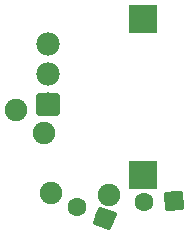
<source format=gbl>
G04 MADE WITH FRITZING*
G04 WWW.FRITZING.ORG*
G04 DOUBLE SIDED*
G04 HOLES PLATED*
G04 CONTOUR ON CENTER OF CONTOUR VECTOR*
%ASAXBY*%
%FSLAX23Y23*%
%MOIN*%
%OFA0B0*%
%SFA1.0B1.0*%
%ADD10C,0.078000*%
%ADD11C,0.093000*%
%ADD12C,0.075000*%
%ADD13C,0.062992*%
%ADD14C,0.020000*%
%ADD15C,0.015748*%
%ADD16R,0.001000X0.001000*%
%LNCOPPER0*%
G90*
G70*
G54D10*
X174Y442D03*
X174Y542D03*
X174Y642D03*
G54D11*
X489Y726D03*
X489Y206D03*
G54D12*
X161Y347D03*
X377Y139D03*
X66Y424D03*
X184Y148D03*
G54D13*
X361Y63D03*
X270Y100D03*
X593Y123D03*
X495Y116D03*
G54D14*
X145Y413D02*
X145Y471D01*
X203Y471D01*
X203Y413D01*
X145Y413D01*
D02*
G54D15*
X348Y94D02*
X392Y77D01*
X374Y33D01*
X330Y50D01*
X348Y94D01*
D02*
X568Y144D02*
X615Y148D01*
X618Y101D01*
X571Y97D01*
X568Y144D01*
D02*
G54D16*
X443Y772D02*
X535Y772D01*
X443Y771D02*
X535Y771D01*
X443Y770D02*
X535Y770D01*
X443Y769D02*
X535Y769D01*
X443Y768D02*
X535Y768D01*
X443Y767D02*
X535Y767D01*
X443Y766D02*
X535Y766D01*
X443Y765D02*
X535Y765D01*
X443Y764D02*
X535Y764D01*
X443Y763D02*
X535Y763D01*
X443Y762D02*
X488Y762D01*
X490Y762D02*
X535Y762D01*
X443Y761D02*
X480Y761D01*
X498Y761D02*
X535Y761D01*
X443Y760D02*
X477Y760D01*
X501Y760D02*
X535Y760D01*
X443Y759D02*
X474Y759D01*
X504Y759D02*
X535Y759D01*
X443Y758D02*
X472Y758D01*
X506Y758D02*
X535Y758D01*
X443Y757D02*
X470Y757D01*
X508Y757D02*
X535Y757D01*
X443Y756D02*
X468Y756D01*
X510Y756D02*
X535Y756D01*
X443Y755D02*
X467Y755D01*
X511Y755D02*
X535Y755D01*
X443Y754D02*
X466Y754D01*
X512Y754D02*
X535Y754D01*
X443Y753D02*
X464Y753D01*
X513Y753D02*
X535Y753D01*
X443Y752D02*
X463Y752D01*
X515Y752D02*
X535Y752D01*
X443Y751D02*
X462Y751D01*
X516Y751D02*
X535Y751D01*
X443Y750D02*
X461Y750D01*
X516Y750D02*
X535Y750D01*
X443Y749D02*
X461Y749D01*
X517Y749D02*
X535Y749D01*
X443Y748D02*
X460Y748D01*
X518Y748D02*
X535Y748D01*
X443Y747D02*
X459Y747D01*
X519Y747D02*
X535Y747D01*
X443Y746D02*
X458Y746D01*
X520Y746D02*
X535Y746D01*
X443Y745D02*
X458Y745D01*
X520Y745D02*
X535Y745D01*
X443Y744D02*
X457Y744D01*
X521Y744D02*
X535Y744D01*
X443Y743D02*
X456Y743D01*
X521Y743D02*
X535Y743D01*
X443Y742D02*
X456Y742D01*
X522Y742D02*
X535Y742D01*
X443Y741D02*
X455Y741D01*
X522Y741D02*
X535Y741D01*
X443Y740D02*
X455Y740D01*
X523Y740D02*
X535Y740D01*
X443Y739D02*
X455Y739D01*
X523Y739D02*
X535Y739D01*
X443Y738D02*
X454Y738D01*
X524Y738D02*
X535Y738D01*
X443Y737D02*
X454Y737D01*
X524Y737D02*
X535Y737D01*
X443Y736D02*
X454Y736D01*
X524Y736D02*
X535Y736D01*
X443Y735D02*
X453Y735D01*
X525Y735D02*
X535Y735D01*
X443Y734D02*
X453Y734D01*
X525Y734D02*
X535Y734D01*
X443Y733D02*
X453Y733D01*
X525Y733D02*
X535Y733D01*
X443Y732D02*
X453Y732D01*
X525Y732D02*
X535Y732D01*
X443Y731D02*
X452Y731D01*
X525Y731D02*
X535Y731D01*
X443Y730D02*
X452Y730D01*
X526Y730D02*
X535Y730D01*
X443Y729D02*
X452Y729D01*
X526Y729D02*
X535Y729D01*
X443Y728D02*
X452Y728D01*
X526Y728D02*
X535Y728D01*
X443Y727D02*
X452Y727D01*
X526Y727D02*
X535Y727D01*
X443Y726D02*
X452Y726D01*
X526Y726D02*
X535Y726D01*
X443Y725D02*
X452Y725D01*
X526Y725D02*
X535Y725D01*
X443Y724D02*
X452Y724D01*
X526Y724D02*
X535Y724D01*
X443Y723D02*
X452Y723D01*
X526Y723D02*
X535Y723D01*
X443Y722D02*
X452Y722D01*
X526Y722D02*
X535Y722D01*
X443Y721D02*
X452Y721D01*
X526Y721D02*
X535Y721D01*
X443Y720D02*
X452Y720D01*
X525Y720D02*
X535Y720D01*
X443Y719D02*
X453Y719D01*
X525Y719D02*
X535Y719D01*
X443Y718D02*
X453Y718D01*
X525Y718D02*
X535Y718D01*
X443Y717D02*
X453Y717D01*
X525Y717D02*
X535Y717D01*
X443Y716D02*
X453Y716D01*
X525Y716D02*
X535Y716D01*
X443Y715D02*
X454Y715D01*
X524Y715D02*
X535Y715D01*
X443Y714D02*
X454Y714D01*
X524Y714D02*
X535Y714D01*
X443Y713D02*
X454Y713D01*
X524Y713D02*
X535Y713D01*
X443Y712D02*
X455Y712D01*
X523Y712D02*
X535Y712D01*
X443Y711D02*
X455Y711D01*
X523Y711D02*
X535Y711D01*
X443Y710D02*
X456Y710D01*
X522Y710D02*
X535Y710D01*
X443Y709D02*
X456Y709D01*
X522Y709D02*
X535Y709D01*
X443Y708D02*
X457Y708D01*
X521Y708D02*
X535Y708D01*
X443Y707D02*
X457Y707D01*
X521Y707D02*
X535Y707D01*
X443Y706D02*
X458Y706D01*
X520Y706D02*
X535Y706D01*
X443Y705D02*
X458Y705D01*
X520Y705D02*
X535Y705D01*
X443Y704D02*
X459Y704D01*
X519Y704D02*
X535Y704D01*
X443Y703D02*
X460Y703D01*
X518Y703D02*
X535Y703D01*
X443Y702D02*
X461Y702D01*
X517Y702D02*
X535Y702D01*
X443Y701D02*
X462Y701D01*
X516Y701D02*
X535Y701D01*
X443Y700D02*
X462Y700D01*
X515Y700D02*
X535Y700D01*
X443Y699D02*
X464Y699D01*
X514Y699D02*
X535Y699D01*
X443Y698D02*
X465Y698D01*
X513Y698D02*
X535Y698D01*
X443Y697D02*
X466Y697D01*
X512Y697D02*
X535Y697D01*
X443Y696D02*
X467Y696D01*
X511Y696D02*
X535Y696D01*
X443Y695D02*
X469Y695D01*
X509Y695D02*
X535Y695D01*
X443Y694D02*
X470Y694D01*
X508Y694D02*
X535Y694D01*
X443Y693D02*
X472Y693D01*
X506Y693D02*
X535Y693D01*
X443Y692D02*
X474Y692D01*
X504Y692D02*
X535Y692D01*
X443Y691D02*
X477Y691D01*
X501Y691D02*
X535Y691D01*
X443Y690D02*
X481Y690D01*
X497Y690D02*
X535Y690D01*
X443Y689D02*
X535Y689D01*
X443Y688D02*
X535Y688D01*
X443Y687D02*
X535Y687D01*
X443Y686D02*
X535Y686D01*
X443Y685D02*
X535Y685D01*
X443Y684D02*
X535Y684D01*
X443Y683D02*
X535Y683D01*
X443Y682D02*
X535Y682D01*
X443Y681D02*
X535Y681D01*
X443Y680D02*
X535Y680D01*
X443Y252D02*
X535Y252D01*
X443Y251D02*
X535Y251D01*
X443Y250D02*
X535Y250D01*
X443Y249D02*
X535Y249D01*
X443Y248D02*
X535Y248D01*
X443Y247D02*
X535Y247D01*
X443Y246D02*
X535Y246D01*
X443Y245D02*
X535Y245D01*
X443Y244D02*
X535Y244D01*
X443Y243D02*
X535Y243D01*
X443Y242D02*
X483Y242D01*
X495Y242D02*
X535Y242D01*
X443Y241D02*
X478Y241D01*
X500Y241D02*
X535Y241D01*
X443Y240D02*
X475Y240D01*
X503Y240D02*
X535Y240D01*
X443Y239D02*
X473Y239D01*
X505Y239D02*
X535Y239D01*
X443Y238D02*
X471Y238D01*
X507Y238D02*
X535Y238D01*
X443Y237D02*
X469Y237D01*
X509Y237D02*
X535Y237D01*
X443Y236D02*
X468Y236D01*
X510Y236D02*
X535Y236D01*
X443Y235D02*
X466Y235D01*
X512Y235D02*
X535Y235D01*
X443Y234D02*
X465Y234D01*
X513Y234D02*
X535Y234D01*
X443Y233D02*
X464Y233D01*
X514Y233D02*
X535Y233D01*
X443Y232D02*
X463Y232D01*
X515Y232D02*
X535Y232D01*
X443Y231D02*
X462Y231D01*
X516Y231D02*
X535Y231D01*
X443Y230D02*
X461Y230D01*
X517Y230D02*
X535Y230D01*
X443Y229D02*
X460Y229D01*
X518Y229D02*
X535Y229D01*
X443Y228D02*
X459Y228D01*
X519Y228D02*
X535Y228D01*
X443Y227D02*
X459Y227D01*
X519Y227D02*
X535Y227D01*
X443Y226D02*
X458Y226D01*
X520Y226D02*
X535Y226D01*
X443Y225D02*
X457Y225D01*
X521Y225D02*
X535Y225D01*
X443Y224D02*
X457Y224D01*
X521Y224D02*
X535Y224D01*
X443Y223D02*
X456Y223D01*
X522Y223D02*
X535Y223D01*
X443Y222D02*
X456Y222D01*
X522Y222D02*
X535Y222D01*
X443Y221D02*
X455Y221D01*
X523Y221D02*
X535Y221D01*
X443Y220D02*
X455Y220D01*
X523Y220D02*
X535Y220D01*
X443Y219D02*
X454Y219D01*
X524Y219D02*
X535Y219D01*
X443Y218D02*
X454Y218D01*
X524Y218D02*
X535Y218D01*
X443Y217D02*
X454Y217D01*
X524Y217D02*
X535Y217D01*
X443Y216D02*
X453Y216D01*
X525Y216D02*
X535Y216D01*
X443Y215D02*
X453Y215D01*
X525Y215D02*
X535Y215D01*
X443Y214D02*
X453Y214D01*
X525Y214D02*
X535Y214D01*
X443Y213D02*
X453Y213D01*
X525Y213D02*
X535Y213D01*
X443Y212D02*
X453Y212D01*
X525Y212D02*
X535Y212D01*
X443Y211D02*
X452Y211D01*
X526Y211D02*
X535Y211D01*
X443Y210D02*
X452Y210D01*
X526Y210D02*
X535Y210D01*
X443Y209D02*
X452Y209D01*
X526Y209D02*
X535Y209D01*
X443Y208D02*
X452Y208D01*
X526Y208D02*
X535Y208D01*
X443Y207D02*
X452Y207D01*
X526Y207D02*
X535Y207D01*
X443Y206D02*
X452Y206D01*
X526Y206D02*
X535Y206D01*
X443Y205D02*
X452Y205D01*
X526Y205D02*
X535Y205D01*
X443Y204D02*
X452Y204D01*
X526Y204D02*
X535Y204D01*
X443Y203D02*
X452Y203D01*
X526Y203D02*
X535Y203D01*
X443Y202D02*
X452Y202D01*
X526Y202D02*
X535Y202D01*
X443Y201D02*
X452Y201D01*
X526Y201D02*
X535Y201D01*
X443Y200D02*
X453Y200D01*
X525Y200D02*
X535Y200D01*
X443Y199D02*
X453Y199D01*
X525Y199D02*
X535Y199D01*
X443Y198D02*
X453Y198D01*
X525Y198D02*
X535Y198D01*
X443Y197D02*
X453Y197D01*
X525Y197D02*
X535Y197D01*
X443Y196D02*
X453Y196D01*
X524Y196D02*
X535Y196D01*
X443Y195D02*
X454Y195D01*
X524Y195D02*
X535Y195D01*
X443Y194D02*
X454Y194D01*
X524Y194D02*
X535Y194D01*
X443Y193D02*
X454Y193D01*
X523Y193D02*
X535Y193D01*
X443Y192D02*
X455Y192D01*
X523Y192D02*
X535Y192D01*
X443Y191D02*
X455Y191D01*
X523Y191D02*
X535Y191D01*
X443Y190D02*
X456Y190D01*
X522Y190D02*
X535Y190D01*
X443Y189D02*
X456Y189D01*
X522Y189D02*
X535Y189D01*
X443Y188D02*
X457Y188D01*
X521Y188D02*
X535Y188D01*
X443Y187D02*
X457Y187D01*
X521Y187D02*
X535Y187D01*
X443Y186D02*
X458Y186D01*
X520Y186D02*
X535Y186D01*
X443Y185D02*
X459Y185D01*
X519Y185D02*
X535Y185D01*
X443Y184D02*
X459Y184D01*
X518Y184D02*
X535Y184D01*
X443Y183D02*
X460Y183D01*
X518Y183D02*
X535Y183D01*
X443Y182D02*
X461Y182D01*
X517Y182D02*
X535Y182D01*
X443Y181D02*
X462Y181D01*
X516Y181D02*
X535Y181D01*
X443Y180D02*
X463Y180D01*
X515Y180D02*
X535Y180D01*
X443Y179D02*
X464Y179D01*
X514Y179D02*
X535Y179D01*
X443Y178D02*
X465Y178D01*
X513Y178D02*
X535Y178D01*
X443Y177D02*
X467Y177D01*
X511Y177D02*
X535Y177D01*
X443Y176D02*
X468Y176D01*
X510Y176D02*
X535Y176D01*
X443Y175D02*
X469Y175D01*
X508Y175D02*
X535Y175D01*
X443Y174D02*
X471Y174D01*
X507Y174D02*
X535Y174D01*
X443Y173D02*
X473Y173D01*
X505Y173D02*
X535Y173D01*
X443Y172D02*
X476Y172D01*
X502Y172D02*
X535Y172D01*
X443Y171D02*
X479Y171D01*
X499Y171D02*
X535Y171D01*
X443Y170D02*
X483Y170D01*
X495Y170D02*
X535Y170D01*
X443Y169D02*
X535Y169D01*
X443Y168D02*
X535Y168D01*
X443Y167D02*
X535Y167D01*
X443Y166D02*
X535Y166D01*
X443Y165D02*
X535Y165D01*
X443Y164D02*
X535Y164D01*
X443Y163D02*
X535Y163D01*
X443Y162D02*
X535Y162D01*
X443Y161D02*
X535Y161D01*
X443Y160D02*
X535Y160D01*
D02*
G04 End of Copper0*
M02*
</source>
